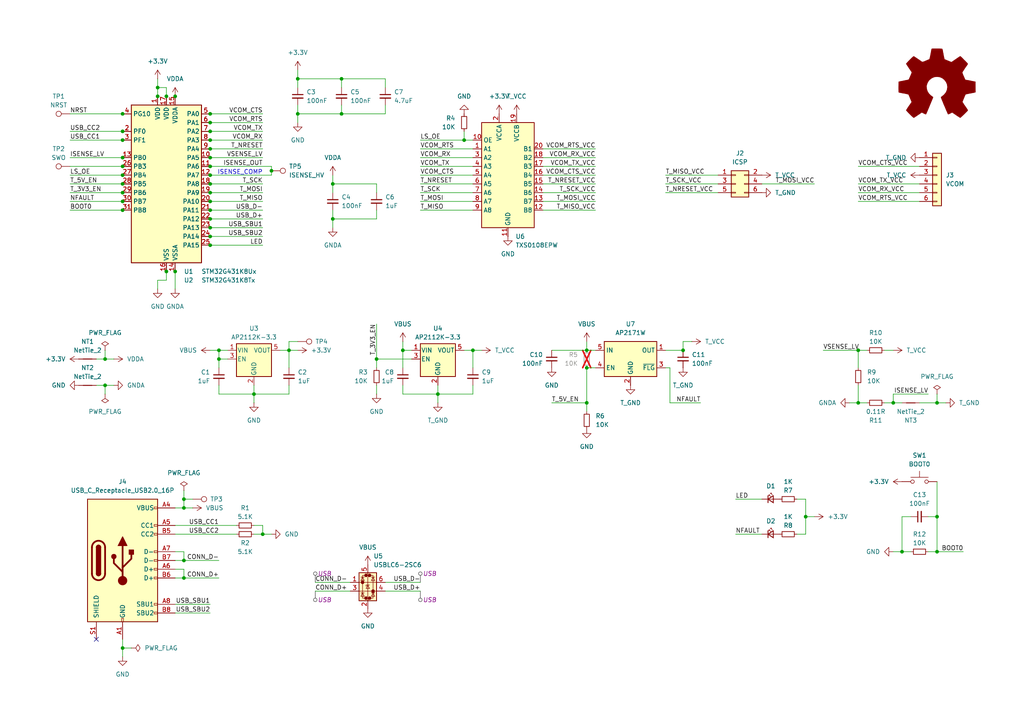
<source format=kicad_sch>
(kicad_sch (version 20231120) (generator "eeschema") (generator_version "8.0")
  (paper "A4")
  (title_block (title "AVRinator") (date "2024-04-30") (rev "1.0"))
  (junction (at 60.96 55.88))
  (junction (at 86.36 22.86))
  (junction (at 60.96 38.1))
  (junction (at 60.96 50.8))
  (junction (at 53.34 144.78))
  (junction (at 60.96 43.18))
  (junction (at 99.06 33.02))
  (junction (at 60.96 60.96))
  (junction (at 63.5 101.6))
  (junction (at 73.66 114.3))
  (junction (at 35.56 40.64))
  (junction (at 60.96 40.64))
  (junction (at 35.56 53.34))
  (junction (at 170.18 116.84))
  (junction (at 248.92 101.6))
  (junction (at 198.12 101.6))
  (junction (at 35.56 33.02))
  (junction (at 233.68 149.86))
  (junction (at 109.22 104.14))
  (junction (at 30.48 111.76))
  (junction (at 30.48 104.14))
  (junction (at 60.96 33.02))
  (junction (at 127 114.3))
  (junction (at 60.96 48.26))
  (junction (at 35.56 58.42))
  (junction (at 53.34 167.64))
  (junction (at 60.96 68.58))
  (junction (at 50.8 27.94))
  (junction (at 261.62 160.02))
  (junction (at 271.78 149.86))
  (junction (at 83.82 101.6))
  (junction (at 86.36 33.02))
  (junction (at 271.78 160.02))
  (junction (at 248.92 116.84))
  (junction (at 60.96 35.56))
  (junction (at 53.34 162.56))
  (junction (at 45.72 25.4))
  (junction (at 60.96 71.12))
  (junction (at 99.06 22.86))
  (junction (at 96.52 63.5))
  (junction (at 137.16 101.6))
  (junction (at 35.56 187.96))
  (junction (at 53.34 147.32))
  (junction (at 45.72 27.94))
  (junction (at 35.56 50.8))
  (junction (at 50.8 78.74))
  (junction (at 76.2 154.94))
  (junction (at 78.74 49.53))
  (junction (at 35.56 60.96))
  (junction (at 96.52 53.34))
  (junction (at 116.84 101.6))
  (junction (at 48.26 27.94))
  (junction (at 35.56 48.26))
  (junction (at 35.56 38.1))
  (junction (at 60.96 45.72))
  (junction (at 134.62 40.64))
  (junction (at 271.78 116.84))
  (junction (at 170.18 106.68))
  (junction (at 60.96 66.04))
  (junction (at 60.96 58.42))
  (junction (at 35.56 55.88))
  (junction (at 63.5 104.14))
  (junction (at 60.96 53.34))
  (junction (at 48.26 78.74))
  (junction (at 170.18 101.6))
  (junction (at 35.56 45.72))
  (junction (at 60.96 63.5))
  (junction (at 259.08 116.84))
  (no_connect (at 27.94 185.42))
  (wire (pts (xy 86.36 33.02) (xy 99.06 33.02)))
  (wire (pts (xy 45.72 25.4) (xy 45.72 27.94)))
  (wire (pts (xy 73.66 154.94) (xy 76.2 154.94)))
  (wire (pts (xy 220.98 53.34) (xy 236.22 53.34)))
  (wire (pts (xy 53.34 167.64) (xy 53.34 165.1)))
  (wire (pts (xy 86.36 20.32) (xy 86.36 22.86)))
  (wire (pts (xy 246.38 116.84) (xy 248.92 116.84)))
  (wire (pts (xy 48.26 78.74) (xy 48.26 81.28)))
  (wire (pts (xy 35.56 58.42) (xy 20.32 58.42)))
  (wire (pts (xy 170.18 101.6) (xy 172.72 101.6)))
  (wire (pts (xy 60.96 43.18) (xy 76.2 43.18)))
  (wire (pts (xy 109.22 63.5) (xy 96.52 63.5)))
  (wire (pts (xy 60.96 35.56) (xy 76.2 35.56)))
  (wire (pts (xy 193.04 101.6) (xy 198.12 101.6)))
  (wire (pts (xy 259.08 114.3) (xy 259.08 116.84)))
  (wire (pts (xy 86.36 22.86) (xy 86.36 25.4)))
  (wire (pts (xy 76.2 154.94) (xy 78.74 154.94)))
  (wire (pts (xy 20.32 38.1) (xy 35.56 38.1)))
  (wire (pts (xy 127 114.3) (xy 137.16 114.3)))
  (wire (pts (xy 20.32 40.64) (xy 35.56 40.64)))
  (wire (pts (xy 109.22 60.96) (xy 109.22 63.5)))
  (wire (pts (xy 60.96 45.72) (xy 76.2 45.72)))
  (wire (pts (xy 35.56 187.96) (xy 38.1 187.96)))
  (wire (pts (xy 269.24 160.02) (xy 271.78 160.02)))
  (wire (pts (xy 248.92 116.84) (xy 251.46 116.84)))
  (wire (pts (xy 27.94 111.76) (xy 30.48 111.76)))
  (wire (pts (xy 63.5 114.3) (xy 73.66 114.3)))
  (wire (pts (xy 60.96 53.34) (xy 76.2 53.34)))
  (wire (pts (xy 53.34 162.56) (xy 63.5 162.56)))
  (wire (pts (xy 60.96 58.42) (xy 76.2 58.42)))
  (wire (pts (xy 20.32 48.26) (xy 35.56 48.26)))
  (wire (pts (xy 134.62 40.64) (xy 137.16 40.64)))
  (wire (pts (xy 27.94 104.14) (xy 30.48 104.14)))
  (wire (pts (xy 137.16 45.72) (xy 121.92 45.72)))
  (wire (pts (xy 109.22 111.76) (xy 109.22 114.3)))
  (wire (pts (xy 96.52 50.8) (xy 96.52 53.34)))
  (wire (pts (xy 157.48 55.88) (xy 172.72 55.88)))
  (wire (pts (xy 220.98 144.78) (xy 213.36 144.78)))
  (wire (pts (xy 271.78 114.3) (xy 271.78 116.84)))
  (wire (pts (xy 271.78 160.02) (xy 271.78 149.86)))
  (wire (pts (xy 160.02 101.6) (xy 170.18 101.6)))
  (wire (pts (xy 111.76 168.91) (xy 121.92 168.91)))
  (wire (pts (xy 66.04 104.14) (xy 63.5 104.14)))
  (wire (pts (xy 53.34 144.78) (xy 55.88 144.78)))
  (wire (pts (xy 157.48 60.96) (xy 172.72 60.96)))
  (wire (pts (xy 60.96 48.26) (xy 78.74 48.26)))
  (wire (pts (xy 111.76 22.86) (xy 99.06 22.86)))
  (wire (pts (xy 121.92 40.64) (xy 134.62 40.64)))
  (wire (pts (xy 86.36 30.48) (xy 86.36 33.02)))
  (wire (pts (xy 20.32 53.34) (xy 35.56 53.34)))
  (wire (pts (xy 63.5 104.14) (xy 63.5 101.6)))
  (wire (pts (xy 73.66 114.3) (xy 83.82 114.3)))
  (wire (pts (xy 137.16 50.8) (xy 121.92 50.8)))
  (wire (pts (xy 116.84 114.3) (xy 127 114.3)))
  (wire (pts (xy 50.8 167.64) (xy 53.34 167.64)))
  (wire (pts (xy 86.36 22.86) (xy 99.06 22.86)))
  (wire (pts (xy 269.24 149.86) (xy 271.78 149.86)))
  (wire (pts (xy 60.96 33.02) (xy 76.2 33.02)))
  (wire (pts (xy 76.2 152.4) (xy 73.66 152.4)))
  (wire (pts (xy 20.32 33.02) (xy 35.56 33.02)))
  (wire (pts (xy 35.56 55.88) (xy 20.32 55.88)))
  (wire (pts (xy 134.62 38.1) (xy 134.62 40.64)))
  (wire (pts (xy 96.52 60.96) (xy 96.52 63.5)))
  (wire (pts (xy 50.8 152.4) (xy 68.58 152.4)))
  (wire (pts (xy 81.28 101.6) (xy 83.82 101.6)))
  (wire (pts (xy 45.72 22.86) (xy 45.72 25.4)))
  (wire (pts (xy 157.48 43.18) (xy 172.72 43.18)))
  (wire (pts (xy 53.34 162.56) (xy 53.34 160.02)))
  (wire (pts (xy 50.8 78.74) (xy 50.8 83.82)))
  (wire (pts (xy 60.96 63.5) (xy 76.2 63.5)))
  (wire (pts (xy 208.28 50.8) (xy 193.04 50.8)))
  (wire (pts (xy 83.82 114.3) (xy 83.82 111.76)))
  (wire (pts (xy 194.31 116.84) (xy 194.31 106.68)))
  (wire (pts (xy 76.2 154.94) (xy 76.2 152.4)))
  (wire (pts (xy 271.78 116.84) (xy 274.32 116.84)))
  (wire (pts (xy 96.52 53.34) (xy 109.22 53.34)))
  (wire (pts (xy 45.72 25.4) (xy 48.26 25.4)))
  (wire (pts (xy 271.78 160.02) (xy 279.4 160.02)))
  (wire (pts (xy 137.16 114.3) (xy 137.16 111.76)))
  (wire (pts (xy 137.16 101.6) (xy 137.16 106.68)))
  (wire (pts (xy 157.48 53.34) (xy 172.72 53.34)))
  (wire (pts (xy 78.74 50.8) (xy 78.74 49.53)))
  (wire (pts (xy 53.34 144.78) (xy 53.34 147.32)))
  (wire (pts (xy 20.32 45.72) (xy 35.56 45.72)))
  (wire (pts (xy 60.96 55.88) (xy 76.2 55.88)))
  (wire (pts (xy 259.08 116.84) (xy 261.62 116.84)))
  (wire (pts (xy 50.8 160.02) (xy 53.34 160.02)))
  (wire (pts (xy 198.12 99.06) (xy 200.66 99.06)))
  (wire (pts (xy 137.16 60.96) (xy 121.92 60.96)))
  (wire (pts (xy 50.8 175.26) (xy 60.96 175.26)))
  (wire (pts (xy 53.34 142.24) (xy 53.34 144.78)))
  (wire (pts (xy 157.48 48.26) (xy 172.72 48.26)))
  (wire (pts (xy 116.84 99.06) (xy 116.84 101.6)))
  (wire (pts (xy 170.18 106.68) (xy 170.18 116.84)))
  (wire (pts (xy 60.96 101.6) (xy 63.5 101.6)))
  (wire (pts (xy 248.92 101.6) (xy 238.76 101.6)))
  (wire (pts (xy 109.22 93.98) (xy 109.22 104.14)))
  (wire (pts (xy 157.48 50.8) (xy 172.72 50.8)))
  (wire (pts (xy 248.92 58.42) (xy 266.7 58.42)))
  (wire (pts (xy 50.8 177.8) (xy 60.96 177.8)))
  (wire (pts (xy 48.26 81.28) (xy 45.72 81.28)))
  (wire (pts (xy 86.36 99.06) (xy 83.82 99.06)))
  (wire (pts (xy 264.16 160.02) (xy 261.62 160.02)))
  (wire (pts (xy 86.36 33.02) (xy 86.36 35.56)))
  (wire (pts (xy 53.34 167.64) (xy 63.5 167.64)))
  (wire (pts (xy 259.08 114.3) (xy 269.24 114.3)))
  (wire (pts (xy 208.28 55.88) (xy 193.04 55.88)))
  (wire (pts (xy 170.18 99.06) (xy 170.18 101.6)))
  (wire (pts (xy 109.22 53.34) (xy 109.22 55.88)))
  (wire (pts (xy 233.68 149.86) (xy 233.68 144.78)))
  (wire (pts (xy 63.5 111.76) (xy 63.5 114.3)))
  (wire (pts (xy 248.92 111.76) (xy 248.92 116.84)))
  (wire (pts (xy 63.5 104.14) (xy 63.5 106.68)))
  (wire (pts (xy 35.56 50.8) (xy 20.32 50.8)))
  (wire (pts (xy 160.02 116.84) (xy 170.18 116.84)))
  (wire (pts (xy 213.36 154.94) (xy 220.98 154.94)))
  (wire (pts (xy 248.92 101.6) (xy 251.46 101.6)))
  (wire (pts (xy 60.96 66.04) (xy 76.2 66.04)))
  (wire (pts (xy 248.92 48.26) (xy 266.7 48.26)))
  (wire (pts (xy 116.84 101.6) (xy 116.84 106.68)))
  (wire (pts (xy 259.08 160.02) (xy 261.62 160.02)))
  (wire (pts (xy 109.22 104.14) (xy 119.38 104.14)))
  (wire (pts (xy 248.92 55.88) (xy 266.7 55.88)))
  (wire (pts (xy 116.84 101.6) (xy 119.38 101.6)))
  (wire (pts (xy 261.62 149.86) (xy 264.16 149.86)))
  (wire (pts (xy 60.96 71.12) (xy 76.2 71.12)))
  (wire (pts (xy 63.5 101.6) (xy 66.04 101.6)))
  (wire (pts (xy 170.18 116.84) (xy 170.18 119.38)))
  (wire (pts (xy 53.34 147.32) (xy 55.88 147.32)))
  (wire (pts (xy 30.48 104.14) (xy 30.48 101.6)))
  (wire (pts (xy 233.68 149.86) (xy 233.68 154.94)))
  (wire (pts (xy 116.84 111.76) (xy 116.84 114.3)))
  (wire (pts (xy 231.14 144.78) (xy 233.68 144.78)))
  (wire (pts (xy 127 116.84) (xy 127 114.3)))
  (wire (pts (xy 101.6 171.45) (xy 91.44 171.45)))
  (wire (pts (xy 60.96 60.96) (xy 76.2 60.96)))
  (wire (pts (xy 198.12 101.6) (xy 198.12 99.06)))
  (wire (pts (xy 137.16 101.6) (xy 139.7 101.6)))
  (wire (pts (xy 194.31 106.68) (xy 193.04 106.68)))
  (wire (pts (xy 83.82 101.6) (xy 86.36 101.6)))
  (wire (pts (xy 271.78 139.7) (xy 271.78 149.86)))
  (wire (pts (xy 137.16 48.26) (xy 121.92 48.26)))
  (wire (pts (xy 261.62 160.02) (xy 261.62 149.86)))
  (wire (pts (xy 20.32 60.96) (xy 35.56 60.96)))
  (wire (pts (xy 48.26 25.4) (xy 48.26 27.94)))
  (wire (pts (xy 266.7 116.84) (xy 271.78 116.84)))
  (wire (pts (xy 73.66 111.76) (xy 73.66 114.3)))
  (wire (pts (xy 50.8 154.94) (xy 68.58 154.94)))
  (wire (pts (xy 233.68 154.94) (xy 231.14 154.94)))
  (wire (pts (xy 45.72 81.28) (xy 45.72 83.82)))
  (wire (pts (xy 60.96 38.1) (xy 76.2 38.1)))
  (wire (pts (xy 30.48 104.14) (xy 33.02 104.14)))
  (wire (pts (xy 35.56 190.5) (xy 35.56 187.96)))
  (wire (pts (xy 248.92 53.34) (xy 266.7 53.34)))
  (wire (pts (xy 157.48 58.42) (xy 172.72 58.42)))
  (wire (pts (xy 137.16 55.88) (xy 121.92 55.88)))
  (wire (pts (xy 256.54 116.84) (xy 259.08 116.84)))
  (wire (pts (xy 137.16 43.18) (xy 121.92 43.18)))
  (wire (pts (xy 60.96 50.8) (xy 78.74 50.8)))
  (wire (pts (xy 83.82 99.06) (xy 83.82 101.6)))
  (wire (pts (xy 134.62 101.6) (xy 137.16 101.6)))
  (wire (pts (xy 127 111.76) (xy 127 114.3)))
  (wire (pts (xy 157.48 45.72) (xy 172.72 45.72)))
  (wire (pts (xy 170.18 106.68) (xy 172.72 106.68)))
  (wire (pts (xy 50.8 165.1) (xy 53.34 165.1)))
  (wire (pts (xy 50.8 147.32) (xy 53.34 147.32)))
  (wire (pts (xy 203.2 116.84) (xy 194.31 116.84)))
  (wire (pts (xy 60.96 40.64) (xy 76.2 40.64)))
  (wire (pts (xy 101.6 168.91) (xy 91.44 168.91)))
  (wire (pts (xy 96.52 63.5) (xy 96.52 66.04)))
  (wire (pts (xy 137.16 53.34) (xy 121.92 53.34)))
  (wire (pts (xy 78.74 49.53) (xy 78.74 48.26)))
  (wire (pts (xy 111.76 33.02) (xy 111.76 30.48)))
  (wire (pts (xy 35.56 187.96) (xy 35.56 185.42)))
  (wire (pts (xy 30.48 111.76) (xy 33.02 111.76)))
  (wire (pts (xy 99.06 33.02) (xy 111.76 33.02)))
  (wire (pts (xy 248.92 101.6) (xy 248.92 106.68)))
  (wire (pts (xy 73.66 116.84) (xy 73.66 114.3)))
  (wire (pts (xy 99.06 22.86) (xy 99.06 25.4)))
  (wire (pts (xy 83.82 101.6) (xy 83.82 106.68)))
  (wire (pts (xy 96.52 53.34) (xy 96.52 55.88)))
  (wire (pts (xy 109.22 104.14) (xy 109.22 106.68)))
  (wire (pts (xy 256.54 101.6) (xy 259.08 101.6)))
  (wire (pts (xy 233.68 149.86) (xy 236.22 149.86)))
  (wire (pts (xy 137.16 58.42) (xy 121.92 58.42)))
  (wire (pts (xy 111.76 25.4) (xy 111.76 22.86)))
  (wire (pts (xy 111.76 171.45) (xy 121.92 171.45)))
  (wire (pts (xy 60.96 68.58) (xy 76.2 68.58)))
  (wire (pts (xy 208.28 53.34) (xy 193.04 53.34)))
  (wire (pts (xy 99.06 33.02) (xy 99.06 30.48)))
  (wire (pts (xy 50.8 162.56) (xy 53.34 162.56)))
  (wire (pts (xy 30.48 111.76) (xy 30.48 114.3)))
  (text "ISENSE_COMP" (at 76.2 50.8 0) (effects (font (size 1.27 1.27)) (justify right bottom)))
  (label "VCOM_TX_VCC" (at 248.92 53.34 0))
  (label "USB_D-" (at 76.2 60.96 180))
  (label "T_NRESET" (at 76.2 43.18 180))
  (label "USB_SBU1" (at 60.96 175.26 180))
  (label "T_3V3_EN" (at 20.32 55.88 0))
  (label "VCOM_RX" (at 121.92 45.72 0))
  (label "LED" (at 213.36 144.78 0))
  (label "T_SCK" (at 121.92 55.88 0))
  (label "VCOM_TX" (at 121.92 48.26 0))
  (label "T_MOSI_VCC" (at 172.72 58.42 180))
  (label "VCOM_RX_VCC" (at 248.92 55.88 0))
  (label "CONN_D-" (at 91.44 168.91 0))
  (label "T_NRESET" (at 121.92 53.34 0))
  (label "VCOM_CTS_VCC" (at 248.92 48.26 0))
  (label "LED" (at 76.2 71.12 180))
  (label "USB_D-" (at 121.92 168.91 180))
  (label "T_5V_EN" (at 20.32 53.34 0))
  (label "USB_CC1" (at 20.32 40.64 0))
  (label "VCOM_RTS_VCC" (at 248.92 58.42 0))
  (label "ISENSE_LV" (at 20.32 45.72 0))
  (label "BOOT0" (at 20.32 60.96 0))
  (label "NFAULT" (at 20.32 58.42 0))
  (label "VCOM_RTS" (at 76.2 35.56 180))
  (label "T_MOSI" (at 76.2 55.88 180))
  (label "VCOM_TX" (at 76.2 38.1 180))
  (label "VCOM_TX_VCC" (at 172.72 48.26 180))
  (label "USB_D+" (at 121.92 171.45 180))
  (label "T_MISO" (at 121.92 60.96 0))
  (label "T_SCK" (at 76.2 53.34 180))
  (label "USB_SBU1" (at 76.2 66.04 180))
  (label "LS_OE" (at 20.32 50.8 0))
  (label "VCOM_RX" (at 76.2 40.64 180))
  (label "USB_CC2" (at 20.32 38.1 0))
  (label "VSENSE_LV" (at 76.2 45.72 180))
  (label "VCOM_RX_VCC" (at 172.72 45.72 180))
  (label "CONN_D+" (at 91.44 171.45 0))
  (label "T_MOSI_VCC" (at 236.22 53.34 180))
  (label "VSENSE_LV" (at 238.76 101.6 0))
  (label "USB_D+" (at 76.2 63.5 180))
  (label "ISENSE_OUT" (at 76.2 48.26 180))
  (label "T_MISO" (at 76.2 58.42 180))
  (label "USB_SBU2" (at 76.2 68.58 180))
  (label "USB_CC1" (at 63.5 152.4 180))
  (label "USB_CC2" (at 63.5 154.94 180))
  (label "USB_SBU2" (at 60.96 177.8 180))
  (label "T_NRESET_VCC" (at 193.04 55.88 0))
  (label "NRST" (at 20.32 33.02 0))
  (label "LS_OE" (at 121.92 40.64 0))
  (label "T_SCK_VCC" (at 193.04 53.34 0))
  (label "NFAULT" (at 203.2 116.84 180))
  (label "T_3V3_EN" (at 109.22 93.98 270))
  (label "T_MISO_VCC" (at 172.72 60.96 180))
  (label "T_MISO_VCC" (at 193.04 50.8 0))
  (label "VCOM_CTS" (at 76.2 33.02 180))
  (label "VCOM_CTS" (at 121.92 50.8 0))
  (label "T_MOSI" (at 121.92 58.42 0))
  (label "VCOM_RTS_VCC" (at 172.72 43.18 180))
  (label "NFAULT" (at 213.36 154.94 0))
  (label "ISENSE_LV" (at 269.24 114.3 180))
  (label "T_SCK_VCC" (at 172.72 55.88 180))
  (label "T_5V_EN" (at 160.02 116.84 0))
  (label "CONN_D+" (at 63.5 167.64 180))
  (label "CONN_D-" (at 63.5 162.56 180))
  (label "BOOT0" (at 279.4 160.02 180))
  (label "T_NRESET_VCC" (at 172.72 53.34 180))
  (label "VCOM_CTS_VCC" (at 172.72 50.8 180))
  (label "VCOM_RTS" (at 121.92 43.18 0))
  (netclass_flag "" (length 2.54) (shape round) (at 121.92 168.91 0) (property "Netclass" "USB" (at 122.6185 166.37 0) (effects (font (italic yes)) (justify left))))
  (netclass_flag "" (length 2.54) (shape round) (at 121.92 171.45 180) (property "Netclass" "USB" (at 122.6185 173.99 0) (effects (font (italic yes)) (justify left))))
  (netclass_flag "" (length 2.54) (shape round) (at 91.44 168.91 0) (property "Netclass" "USB" (at 92.1385 166.37 0) (effects (font (italic yes)) (justify left))))
  (netclass_flag "" (length 2.54) (shape round) (at 91.44 171.45 180) (property "Netclass" "USB" (at 92.1385 173.99 0) (effects (font (italic yes)) (justify left))))
  (symbol (lib_id "power:VBUS") (at 116.84 99.06 0) (unit 1)
    (property "Reference" "#PWR019" (effects (hide yes)))
    (property "Value" "VBUS" (at 116.84 93.98 0))
    (property "Description" "Power symbol creates a global label with name \"VBUS\"" (effects (hide yes)))
  )
  (symbol (lib_id "Device:C_Small") (at 63.5 109.22 0) (mirror y) (unit 1)
    (property "Reference" "C1" (at 60.96 107.9563 0) (effects (justify left)))
    (property "Value" "1uF" (at 60.96 110.4963 0) (effects (justify left)))
    (property "Footprint" "Capacitor_SMD:C_0805_2012Metric" (effects (hide yes)))
    (property "Description" "Unpolarized capacitor, small symbol" (effects (hide yes)))
  )
  (symbol (lib_id "Device:R_Small") (at 71.12 152.4 270) (unit 1)
    (property "Reference" "R1" (at 71.12 147.32 90))
    (property "Value" "5.1K" (at 71.12 149.86 90))
    (property "Footprint" "Resistor_SMD:R_0603_1608Metric" (effects (hide yes)))
    (property "Description" "Resistor, small symbol" (effects (hide yes)))
  )
  (symbol (lib_id "power:+3.3V") (at 86.36 101.6 270) (unit 1)
    (property "Reference" "#PWR018" (effects (hide yes)))
    (property "Value" "+3.3V" (at 90.17 101.6 90) (effects (justify left)))
    (property "Description" "Power symbol creates a global label with name \"+3.3V\"" (effects (hide yes)))
  )
  (symbol (lib_id "power:GNDA") (at 50.8 83.82 0) (unit 1)
    (property "Reference" "#PWR09" (effects (hide yes)))
    (property "Value" "GNDA" (at 50.8 88.9 0))
    (property "Description" "Power symbol creates a global label with name \"GNDA\" , analog ground" (effects (hide yes)))
  )
  (symbol (lib_id "Device:R_Small") (at 170.18 104.14 0) (mirror x) (unit 1) (dnp yes)
    (property "Reference" "R5" (at 167.64 102.87 0) (effects (justify right)))
    (property "Value" "10K" (at 167.64 105.41 0) (effects (justify right)))
    (property "Footprint" "Resistor_SMD:R_0603_1608Metric" (effects (hide yes)))
    (property "Description" "Resistor, small symbol" (effects (hide yes)))
  )
  (symbol (lib_id "power:GND") (at 78.74 154.94 90) (unit 1)
    (property "Reference" "#PWR013" (effects (hide yes)))
    (property "Value" "GND" (at 82.55 154.94 90) (effects (justify right)))
    (property "Description" "Power symbol creates a global label with name \"GND\" , ground" (effects (hide yes)))
  )
  (symbol (lib_id "Connector:TestPoint") (at 86.36 99.06 270) (unit 1)
    (property "Reference" "TP4" (at 91.44 99.0599 90) (effects (justify left)))
    (property "Value" "3V3" (effects (hide yes)))
    (property "Footprint" "TestPoint:TestPoint_Pad_D1.0mm" (effects (hide yes)))
    (property "Description" "test point" (effects (hide yes)))
  )
  (symbol (lib_id "power:GND") (at 220.98 55.88 90) (unit 1)
    (property "Reference" "#PWR033" (effects (hide yes)))
    (property "Value" "T_GND" (at 224.79 55.8799 90) (effects (justify right)))
    (property "Description" "Power symbol creates a global label with name \"GND\" , ground" (effects (hide yes)))
  )
  (symbol (lib_id "power:GND") (at 274.32 116.84 90) (unit 1)
    (property "Reference" "#PWR037" (effects (hide yes)))
    (property "Value" "T_GND" (at 278.13 116.8399 90) (effects (justify right)))
    (property "Description" "Power symbol creates a global label with name \"GND\" , ground" (effects (hide yes)))
  )
  (symbol (lib_id "Device:C_Small") (at 96.52 58.42 0) (unit 1)
    (property "Reference" "C4" (at 99.06 57.1563 0) (effects (justify left)))
    (property "Value" "100nF" (at 99.06 59.6963 0) (effects (justify left)))
    (property "Footprint" "Capacitor_SMD:C_0603_1608Metric" (effects (hide yes)))
    (property "Description" "Unpolarized capacitor, small symbol" (effects (hide yes)))
  )
  (symbol (lib_id "power:GND") (at 106.68 176.53 0) (unit 1)
    (property "Reference" "#PWR022" (effects (hide yes)))
    (property "Value" "GND" (at 106.68 181.61 0))
    (property "Description" "Power symbol creates a global label with name \"GND\" , ground" (effects (hide yes)))
  )
  (symbol (lib_id "power:VCC") (at 259.08 101.6 270) (unit 1)
    (property "Reference" "#PWR040" (effects (hide yes)))
    (property "Value" "T_VCC" (at 262.89 101.6 90) (effects (justify left)))
    (property "Description" "Power symbol creates a global label with name \"VCC\"" (effects (hide yes)))
  )
  (symbol (lib_id "power:GND") (at 198.12 106.68 0) (unit 1)
    (property "Reference" "#PWR032" (effects (hide yes)))
    (property "Value" "T_GND" (at 198.12 111.76 0))
    (property "Description" "Power symbol creates a global label with name \"GND\" , ground" (effects (hide yes)))
  )
  (symbol (lib_id "Power_Protection:USBLC6-2SC6") (at 106.68 168.91 0) (unit 1)
    (property "Reference" "U5" (at 108.3311 161.29 0) (effects (justify left)))
    (property "Value" "USBLC6-2SC6" (at 108.3311 163.83 0) (effects (justify left)))
    (property "Footprint" "Package_TO_SOT_SMD:SOT-23-6" (effects (hide yes)))
    (property "Datasheet" "https://www.st.com/resource/en/datasheet/usblc6-2.pdf" (effects (hide yes)))
    (property "Description" "Very low capacitance ESD protection diode, 2 data-line, SOT-23-6" (effects (hide yes)))
  )
  (symbol (lib_id "Device:R_Small") (at 266.7 160.02 270) (unit 1)
    (property "Reference" "R12" (at 266.7 154.94 90))
    (property "Value" "10K" (at 266.7 157.48 90))
    (property "Footprint" "Resistor_SMD:R_0603_1608Metric" (effects (hide yes)))
    (property "Description" "Resistor, small symbol" (effects (hide yes)))
  )
  (symbol (lib_id "Device:LED_Small") (at 223.52 154.94 0) (unit 1)
    (property "Reference" "D2" (at 223.5835 151.13 0))
    (property "Footprint" "LED_SMD:LED_1206_3216Metric" (effects (hide yes)))
    (property "Description" "Light emitting diode, small symbol" (effects (hide yes)))
  )
  (symbol (lib_id "power:GND") (at 45.72 83.82 0) (unit 1)
    (property "Reference" "#PWR07" (effects (hide yes)))
    (property "Value" "GND" (at 45.72 88.9 0))
    (property "Description" "Power symbol creates a global label with name \"GND\" , ground" (effects (hide yes)))
  )
  (symbol (lib_id "power:VCC") (at 149.86 33.02 0) (unit 1)
    (property "Reference" "#PWR027" (effects (hide yes)))
    (property "Value" "T_VCC" (at 149.86 27.94 0))
    (property "Description" "Power symbol creates a global label with name \"VCC\"" (effects (hide yes)))
  )
  (symbol (lib_id "power:GND") (at 134.62 33.02 180) (unit 1)
    (property "Reference" "#PWR023" (effects (hide yes)))
    (property "Value" "GND" (at 134.62 27.94 0))
    (property "Description" "Power symbol creates a global label with name \"GND\" , ground" (effects (hide yes)))
  )
  (symbol (lib_id "power:GND") (at 22.86 111.76 270) (unit 1)
    (property "Reference" "#PWR02" (effects (hide yes)))
    (property "Value" "GND" (at 19.05 111.76 90) (effects (justify right)))
    (property "Description" "Power symbol creates a global label with name \"GND\" , ground" (effects (hide yes)))
  )
  (symbol (lib_id "power:VBUS") (at 60.96 101.6 90) (unit 1)
    (property "Reference" "#PWR011" (effects (hide yes)))
    (property "Value" "VBUS" (at 57.15 101.6 90) (effects (justify left)))
    (property "Description" "Power symbol creates a global label with name \"VBUS\"" (effects (hide yes)))
  )
  (symbol (lib_id "Switch:SW_Push") (at 266.7 139.7 0) (unit 1)
    (property "Reference" "SW1" (at 266.7 132.08 0))
    (property "Value" "BOOT0" (at 266.7 134.62 0))
    (property "Footprint" "Button_Switch_SMD:SW_Tactile_SPST_NO_Straight_CK_PTS636Sx25SMTRLFS" (effects (hide yes)))
    (property "Description" "Push button switch, generic, two pins" (effects (hide yes)))
  )
  (symbol (lib_id "Device:C_Small") (at 83.82 109.22 0) (unit 1)
    (property "Reference" "C2" (at 86.36 107.9563 0) (effects (justify left)))
    (property "Value" "1uF" (at 86.36 110.4963 0) (effects (justify left)))
    (property "Footprint" "Capacitor_SMD:C_0805_2012Metric" (effects (hide yes)))
    (property "Description" "Unpolarized capacitor, small symbol" (effects (hide yes)))
  )
  (symbol (lib_id "power:VBUS") (at 55.88 147.32 270) (unit 1)
    (property "Reference" "#PWR010" (effects (hide yes)))
    (property "Value" "VBUS" (at 59.69 147.32 90) (effects (justify left)))
    (property "Description" "Power symbol creates a global label with name \"VBUS\"" (effects (hide yes)))
  )
  (symbol (lib_id "power:GNDA") (at 33.02 111.76 90) (unit 1)
    (property "Reference" "#PWR04" (effects (hide yes)))
    (property "Value" "GNDA" (at 36.83 111.76 90) (effects (justify right)))
    (property "Description" "Power symbol creates a global label with name \"GNDA\" , analog ground" (effects (hide yes)))
  )
  (symbol (lib_id "power:GNDA") (at 246.38 116.84 270) (unit 1)
    (property "Reference" "#PWR039" (effects (hide yes)))
    (property "Value" "GNDA" (at 242.57 116.84 90) (effects (justify right)))
    (property "Description" "Power symbol creates a global label with name \"GNDA\" , analog ground" (effects (hide yes)))
  )
  (symbol (lib_id "Connector:TestPoint") (at 20.32 33.02 90) (unit 1)
    (property "Reference" "TP1" (at 17.018 27.94 90))
    (property "Value" "NRST" (at 17.018 30.48 90))
    (property "Footprint" "TestPoint:TestPoint_Pad_D1.0mm" (effects (hide yes)))
    (property "Description" "test point" (effects (hide yes)))
  )
  (symbol (lib_id "power:GND") (at 127 116.84 0) (unit 1)
    (property "Reference" "#PWR020" (effects (hide yes)))
    (property "Value" "T_GND" (at 127 121.92 0))
    (property "Description" "Power symbol creates a global label with name \"GND\" , ground" (effects (hide yes)))
  )
  (symbol (lib_id "Device:R_Small") (at 71.12 154.94 270) (unit 1)
    (property "Reference" "R2" (at 71.12 157.48 90))
    (property "Value" "5.1K" (at 71.12 160.02 90))
    (property "Footprint" "Resistor_SMD:R_0603_1608Metric" (effects (hide yes)))
    (property "Description" "Resistor, small symbol" (effects (hide yes)))
  )
  (symbol (lib_id "Connector:TestPoint") (at 78.74 49.53 270) (unit 1)
    (property "Reference" "TP5" (at 83.82 48.2599 90) (effects (justify left)))
    (property "Value" "ISENSE_HV" (at 83.82 50.7999 90) (effects (justify left)))
    (property "Footprint" "TestPoint:TestPoint_Pad_D1.0mm" (effects (hide yes)))
    (property "Description" "test point" (effects (hide yes)))
  )
  (symbol (lib_id "Connector_Generic:Conn_01x06") (at 271.78 50.8 0) (unit 1)
    (property "Reference" "J3" (at 274.32 50.8 0) (effects (justify left)))
    (property "Value" "VCOM" (at 274.32 53.34 0) (effects (justify left)))
    (property "Footprint" "Connector_PinSocket_2.54mm:PinSocket_1x06_P2.54mm_Horizontal" (effects (hide yes)))
    (property "Description" "Generic connector, single row, 01x06, script generated (kicad-library-utils/schlib/autogen/connector/)" (effects (hide yes)))
  )
  (symbol (lib_id "Device:R_Small") (at 248.92 109.22 0) (unit 1)
    (property "Reference" "R9" (at 251.46 107.95 0) (effects (justify left)))
    (property "Value" "10K" (at 251.46 110.49 0) (effects (justify left)))
    (property "Footprint" "Resistor_SMD:R_0603_1608Metric" (effects (hide yes)))
    (property "Description" "Resistor, small symbol" (effects (hide yes)))
  )
  (symbol (lib_id "power:GND") (at 109.22 114.3 0) (unit 1)
    (property "Reference" "#PWR043" (effects (hide yes)))
    (property "Value" "GND" (at 109.22 119.38 0))
    (property "Description" "Power symbol creates a global label with name \"GND\" , ground" (effects (hide yes)))
  )
  (symbol (lib_id "Device:R_Small") (at 254 116.84 90) (mirror x) (unit 1)
    (property "Reference" "R11" (at 254 121.92 90))
    (property "Value" "0.11R" (at 254 119.38 90))
    (property "Footprint" "Resistor_SMD:R_0805_2012Metric" (effects (hide yes)))
    (property "Description" "Resistor, small symbol" (effects (hide yes)))
  )
  (symbol (lib_id "Device:R_Small") (at 170.18 121.92 0) (mirror y) (unit 1)
    (property "Reference" "R6" (at 172.72 120.6499 0) (effects (justify right)))
    (property "Value" "10K" (at 172.72 123.1899 0) (effects (justify right)))
    (property "Footprint" "Resistor_SMD:R_0603_1608Metric" (effects (hide yes)))
    (property "Description" "Resistor, small symbol" (effects (hide yes)))
  )
  (symbol (lib_id "power:GND") (at 147.32 68.58 0) (unit 1)
    (property "Reference" "#PWR026" (effects (hide yes)))
    (property "Value" "GND" (at 147.32 73.66 0))
    (property "Description" "Power symbol creates a global label with name \"GND\" , ground" (effects (hide yes)))
  )
  (symbol (lib_id "power:PWR_FLAG") (at 53.34 142.24 0) (unit 1)
    (property "Reference" "#FLG04" (effects (hide yes)))
    (property "Value" "PWR_FLAG" (at 53.34 137.16 0))
    (property "Description" "Special symbol for telling ERC where power comes from" (effects (hide yes)))
  )
  (symbol (lib_id "Device:C_Small") (at 160.02 104.14 0) (mirror y) (unit 1)
    (property "Reference" "C10" (at 157.48 102.8763 0) (effects (justify left)))
    (property "Value" "100nF" (at 157.48 105.4163 0) (effects (justify left)))
    (property "Footprint" "Capacitor_SMD:C_0603_1608Metric" (effects (hide yes)))
    (property "Description" "Unpolarized capacitor, small symbol" (effects (hide yes)))
  )
  (symbol (lib_id "Device:R_Small") (at 109.22 109.22 0) (unit 1)
    (property "Reference" "R3" (at 106.68 107.95 0) (effects (justify right)))
    (property "Value" "10K" (at 106.68 110.49 0) (effects (justify right)))
    (property "Footprint" "Resistor_SMD:R_0603_1608Metric" (effects (hide yes)))
    (property "Description" "Resistor, small symbol" (effects (hide yes)))
  )
  (symbol (lib_id "Device:C_Small") (at 99.06 27.94 0) (unit 1)
    (property "Reference" "C5" (at 101.6 26.6763 0) (effects (justify left)))
    (property "Value" "100nF" (at 101.6 29.2163 0) (effects (justify left)))
    (property "Footprint" "Capacitor_SMD:C_0603_1608Metric" (effects (hide yes)))
    (property "Description" "Unpolarized capacitor, small symbol" (effects (hide yes)))
  )
  (symbol (lib_id "power:GND") (at 160.02 106.68 0) (unit 1)
    (property "Reference" "#PWR028" (effects (hide yes)))
    (property "Value" "GND" (at 160.02 111.76 0))
    (property "Description" "Power symbol creates a global label with name \"GND\" , ground" (effects (hide yes)))
  )
  (symbol (lib_id "Graphic:Logo_Open_Hardware_Large") (at 271.78 25.4 0) (unit 1) (exclude_from_sim yes) (in_bom no)
    (property "Reference" "SYM1" (effects (hide yes)))
    (property "Value" "AMOGUS" (effects (hide yes)))
    (property "Footprint" "leptunKicadLib:AMOGUS_lil" (effects (hide yes)))
    (property "Description" "Open Hardware logo, large" (effects (hide yes)))
  )
  (symbol (lib_id "power:GND") (at 182.88 111.76 0) (unit 1)
    (property "Reference" "#PWR030" (effects (hide yes)))
    (property "Value" "T_GND" (at 182.88 116.84 0))
    (property "Description" "Power symbol creates a global label with name \"GND\" , ground" (effects (hide yes)))
  )
  (symbol (lib_id "power:+3.3V") (at 86.36 20.32 0) (unit 1)
    (property "Reference" "#PWR014" (effects (hide yes)))
    (property "Value" "+3.3V" (at 86.36 15.24 0))
    (property "Description" "Power symbol creates a global label with name \"+3.3V\"" (effects (hide yes)))
  )
  (symbol (lib_id "Device:C_Small") (at 116.84 109.22 0) (mirror y) (unit 1)
    (property "Reference" "C8" (at 114.3 107.9563 0) (effects (justify left)))
    (property "Value" "1uF" (at 114.3 110.4963 0) (effects (justify left)))
    (property "Footprint" "Capacitor_SMD:C_0805_2012Metric" (effects (hide yes)))
    (property "Description" "Unpolarized capacitor, small symbol" (effects (hide yes)))
  )
  (symbol (lib_id "Device:R_Small") (at 228.6 154.94 270) (mirror x) (unit 1)
    (property "Reference" "R8" (at 228.6 152.4 90))
    (property "Value" "1K" (at 228.6 149.86 90))
    (property "Footprint" "Resistor_SMD:R_0805_2012Metric" (effects (hide yes)))
    (property "Description" "Resistor, small symbol" (effects (hide yes)))
  )
  (symbol (lib_id "Connector:USB_C_Receptacle_USB2.0_16P") (at 35.56 162.56 0) (unit 1)
    (property "Reference" "J4" (at 35.56 139.7 0))
    (property "Value" "USB_C_Receptacle_USB2.0_16P" (at 35.56 142.24 0))
    (property "Footprint" "leptunKicadLib:USB4110-GF-A" (effects (hide yes)))
    (property "Datasheet" "https://www.usb.org/sites/default/files/documents/usb_type-c.zip" (effects (hide yes)))
    (property "Description" "USB 2.0-only 16P Type-C Receptacle connector" (effects (hide yes)))
  )
  (symbol (lib_id "Device:C_Small") (at 111.76 27.94 0) (unit 1)
    (property "Reference" "C7" (at 114.3 26.6763 0) (effects (justify left)))
    (property "Value" "4.7uF" (at 114.3 29.2163 0) (effects (justify left)))
    (property "Footprint" "Capacitor_SMD:C_1206_3216Metric" (effects (hide yes)))
    (property "Description" "Unpolarized capacitor, small symbol" (effects (hide yes)))
  )
  (symbol (lib_id "Connector:TestPoint") (at 55.88 144.78 270) (unit 1)
    (property "Reference" "TP3" (at 60.96 144.78 90) (effects (justify left)))
    (property "Value" "VBUS" (effects (hide yes)))
    (property "Footprint" "TestPoint:TestPoint_Pad_D1.0mm" (effects (hide yes)))
    (property "Description" "test point" (effects (hide yes)))
  )
  (symbol (lib_id "Device:C_Small") (at 198.12 104.14 0) (unit 1)
    (property "Reference" "C11" (at 200.66 102.8763 0) (effects (justify left)))
    (property "Value" "100nF" (at 200.66 105.4163 0) (effects (justify left)))
    (property "Footprint" "Capacitor_SMD:C_0603_1608Metric" (effects (hide yes)))
    (property "Description" "Unpolarized capacitor, small symbol" (effects (hide yes)))
  )
  (symbol (lib_id "power:+3.3V") (at 236.22 149.86 270) (unit 1)
    (property "Reference" "#PWR038" (effects (hide yes)))
    (property "Value" "+3.3V" (at 240.03 149.86 90) (effects (justify left)))
    (property "Description" "Power symbol creates a global label with name \"+3.3V\"" (effects (hide yes)))
  )
  (symbol (lib_id "power:VCC") (at 220.98 50.8 270) (unit 1)
    (property "Reference" "#PWR036" (effects (hide yes)))
    (property "Value" "T_VCC" (at 224.79 50.8 90) (effects (justify left)))
    (property "Description" "Power symbol creates a global label with name \"VCC\"" (effects (hide yes)))
  )
  (symbol (lib_id "power:VCC") (at 139.7 101.6 270) (unit 1)
    (property "Reference" "#PWR024" (effects (hide yes)))
    (property "Value" "T_VCC" (at 143.51 101.6 90) (effects (justify left)))
    (property "Description" "Power symbol creates a global label with name \"VCC\"" (effects (hide yes)))
  )
  (symbol (lib_id "Device:C_Small") (at 86.36 27.94 0) (unit 1)
    (property "Reference" "C3" (at 88.9 26.6763 0) (effects (justify left)))
    (property "Value" "100nF" (at 88.9 29.2163 0) (effects (justify left)))
    (property "Footprint" "Capacitor_SMD:C_0603_1608Metric" (effects (hide yes)))
    (property "Description" "Unpolarized capacitor, small symbol" (effects (hide yes)))
  )
  (symbol (lib_id "Connector:TestPoint") (at 20.32 48.26 90) (unit 1)
    (property "Reference" "TP2" (at 17.018 43.18 90))
    (property "Value" "SWO" (at 17.018 45.72 90))
    (property "Footprint" "TestPoint:TestPoint_Pad_D1.0mm" (effects (hide yes)))
    (property "Description" "test point" (effects (hide yes)))
  )
  (symbol (lib_id "Regulator_Linear:AP2112K-3.3") (at 127 104.14 0) (unit 1)
    (property "Reference" "U4" (at 127 95.25 0))
    (property "Value" "AP2112K-3.3" (at 127 97.79 0))
    (property "Footprint" "Package_TO_SOT_SMD:SOT-23-5" (effects (hide yes)))
    (property "Datasheet" "https://www.diodes.com/assets/Datasheets/AP2112.pdf" (effects (hide yes)))
    (property "Description" "600mA low dropout linear regulator, with enable pin, 3.8V-6V input voltage range, 3.3V fixed positive output, SOT-23-5" (effects (hide yes)))
  )
  (symbol (lib_id "MCU_ST_STM32G4:STM32G431K8Ux") (at 48.26 53.34 0) (unit 1)
    (property "Reference" "U1" (at 53.34 78.74 0) (effects (justify left)))
    (property "Value" "STM32G431K8Ux" (at 58.42 78.74 0) (effects (justify left)))
    (property "Footprint" "Package_DFN_QFN:QFN-32-1EP_5x5mm_P0.5mm_EP3.45x3.45mm" (effects (hide yes)))
    (property "Datasheet" "https://www.st.com/resource/en/datasheet/stm32g431k8.pdf" (effects (hide yes)))
    (property "Description" "STMicroelectronics Arm Cortex-M4 MCU, 64KB flash, 32KB RAM, 170 MHz, 1.71-3.6V, 26 GPIO, UFQFPN32" (effects (hide yes)))
  )
  (symbol (lib_id "power:PWR_FLAG") (at 30.48 101.6 0) (unit 1)
    (property "Reference" "#FLG01" (effects (hide yes)))
    (property "Value" "PWR_FLAG" (at 30.48 96.52 0))
    (property "Description" "Special symbol for telling ERC where power comes from" (effects (hide yes)))
  )
  (symbol (lib_id "Device:C_Small") (at 137.16 109.22 0) (unit 1)
    (property "Reference" "C9" (at 139.7 107.9563 0) (effects (justify left)))
    (property "Value" "1uF" (at 139.7 110.4963 0) (effects (justify left)))
    (property "Footprint" "Capacitor_SMD:C_0805_2012Metric" (effects (hide yes)))
    (property "Description" "Unpolarized capacitor, small symbol" (effects (hide yes)))
  )
  (symbol (lib_id "power:PWR_FLAG") (at 38.1 187.96 270) (unit 1)
    (property "Reference" "#FLG03" (effects (hide yes)))
    (property "Value" "PWR_FLAG" (at 41.91 187.96 90) (effects (justify left)))
    (property "Description" "Special symbol for telling ERC where power comes from" (effects (hide yes)))
  )
  (symbol (lib_id "power:VCC") (at 266.7 50.8 90) (unit 1)
    (property "Reference" "#PWR044" (effects (hide yes)))
    (property "Value" "T_VCC" (at 262.89 50.8 90) (effects (justify left)))
    (property "Description" "Power symbol creates a global label with name \"VCC\"" (effects (hide yes)))
  )
  (symbol (lib_id "power:GND") (at 73.66 116.84 0) (unit 1)
    (property "Reference" "#PWR012" (effects (hide yes)))
    (property "Value" "GND" (at 73.66 121.92 0))
    (property "Description" "Power symbol creates a global label with name \"GND\" , ground" (effects (hide yes)))
  )
  (symbol (lib_id "power:VDDA") (at 33.02 104.14 270) (unit 1)
    (property "Reference" "#PWR03" (effects (hide yes)))
    (property "Value" "VDDA" (at 36.83 104.14 90) (effects (justify left)))
    (property "Description" "Power symbol creates a global label with name \"VDDA\"" (effects (hide yes)))
  )
  (symbol (lib_id "power:+3.3V") (at 45.72 22.86 0) (unit 1)
    (property "Reference" "#PWR06" (effects (hide yes)))
    (property "Value" "+3.3V" (at 45.72 17.78 0))
    (property "Description" "Power symbol creates a global label with name \"+3.3V\"" (effects (hide yes)))
  )
  (symbol (lib_id "Device:R_Small") (at 254 101.6 90) (unit 1)
    (property "Reference" "R10" (at 254 96.52 90))
    (property "Value" "10K" (at 254 99.06 90))
    (property "Footprint" "Resistor_SMD:R_0603_1608Metric" (effects (hide yes)))
    (property "Description" "Resistor, small symbol" (effects (hide yes)))
  )
  (symbol (lib_id "power:PWR_FLAG") (at 30.48 114.3 180) (unit 1)
    (property "Reference" "#FLG02" (effects (hide yes)))
    (property "Value" "PWR_FLAG" (at 30.48 119.38 0))
    (property "Description" "Special symbol for telling ERC where power comes from" (effects (hide yes)))
  )
  (symbol (lib_id "power:GND") (at 266.7 45.72 270) (unit 1)
    (property "Reference" "#PWR034" (effects (hide yes)))
    (property "Value" "T_GND" (at 262.89 45.7199 90) (effects (justify right)))
    (property "Description" "Power symbol creates a global label with name \"GND\" , ground" (effects (hide yes)))
  )
  (symbol (lib_id "power:VBUS") (at 106.68 163.83 0) (unit 1)
    (property "Reference" "#PWR021" (effects (hide yes)))
    (property "Value" "VBUS" (at 106.68 158.75 0))
    (property "Description" "Power symbol creates a global label with name \"VBUS\"" (effects (hide yes)))
  )
  (symbol (lib_id "power:+3.3V") (at 22.86 104.14 90) (unit 1)
    (property "Reference" "#PWR01" (effects (hide yes)))
    (property "Value" "+3.3V" (at 19.05 104.14 90) (effects (justify left)))
    (property "Description" "Power symbol creates a global label with name \"+3.3V\"" (effects (hide yes)))
  )
  (symbol (lib_id "Power_Management:AP2171W") (at 182.88 104.14 0) (unit 1)
    (property "Reference" "U7" (at 182.88 93.98 0))
    (property "Value" "AP2171W" (at 182.88 96.52 0))
    (property "Footprint" "Package_TO_SOT_SMD:SOT-23-5" (effects (hide yes)))
    (property "Datasheet" "https://www.diodes.com/assets/Datasheets/AP2161.pdf" (effects (hide yes)))
    (property "Description" "Current limited power switch, single channel, SOT-23-5" (effects (hide yes)))
  )
  (symbol (lib_id "Regulator_Linear:AP2112K-3.3") (at 73.66 104.14 0) (unit 1)
    (property "Reference" "U3" (at 73.66 95.25 0))
    (property "Value" "AP2112K-3.3" (at 73.66 97.79 0))
    (property "Footprint" "Package_TO_SOT_SMD:SOT-23-5" (effects (hide yes)))
    (property "Datasheet" "https://www.diodes.com/assets/Datasheets/AP2112.pdf" (effects (hide yes)))
    (property "Description" "600mA low dropout linear regulator, with enable pin, 3.8V-6V input voltage range, 3.3V fixed positive output, SOT-23-5" (effects (hide yes)))
  )
  (symbol (lib_id "power:VBUS") (at 170.18 99.06 0) (unit 1)
    (property "Reference" "#PWR029" (effects (hide yes)))
    (property "Value" "VBUS" (at 170.18 93.98 0))
    (property "Description" "Power symbol creates a global label with name \"VBUS\"" (effects (hide yes)))
  )
  (symbol (lib_id "power:+3.3V") (at 261.62 139.7 90) (unit 1)
    (property "Reference" "#PWR042" (effects (hide yes)))
    (property "Value" "+3.3V" (at 257.81 139.7 90) (effects (justify left)))
    (property "Description" "Power symbol creates a global label with name \"+3.3V\"" (effects (hide yes)))
  )
  (symbol (lib_id "Device:NetTie_2") (at 25.4 111.76 0) (unit 1) (in_bom no)
    (property "Reference" "NT2" (at 25.4 106.68 0))
    (property "Value" "NetTie_2" (at 25.4 109.22 0))
    (property "Footprint" "NetTie:NetTie-2_SMD_Pad0.5mm" (effects (hide yes)))
    (property "Description" "Net tie, 2 pins" (effects (hide yes)))
  )
  (symbol (lib_id "power:VDDA") (at 96.52 50.8 0) (unit 1)
    (property "Reference" "#PWR016" (effects (hide yes)))
    (property "Value" "VDDA" (at 96.52 45.72 0))
    (property "Description" "Power symbol creates a global label with name \"VDDA\"" (effects (hide yes)))
  )
  (symbol (lib_id "Device:C_Small") (at 266.7 149.86 90) (unit 1)
    (property "Reference" "C13" (at 266.7063 143.51 90))
    (property "Value" "100nF" (at 266.7063 146.05 90))
    (property "Footprint" "Capacitor_SMD:C_0603_1608Metric" (effects (hide yes)))
    (property "Description" "Unpolarized capacitor, small symbol" (effects (hide yes)))
  )
  (symbol (lib_id "Device:NetTie_2") (at 25.4 104.14 0) (unit 1) (in_bom no)
    (property "Reference" "NT1" (at 25.4 99.06 0))
    (property "Value" "NetTie_2" (at 25.4 101.6 0))
    (property "Footprint" "NetTie:NetTie-2_SMD_Pad0.5mm" (effects (hide yes)))
    (property "Description" "Net tie, 2 pins" (effects (hide yes)))
  )
  (symbol (lib_id "power:GND") (at 86.36 35.56 0) (unit 1)
    (property "Reference" "#PWR015" (effects (hide yes)))
    (property "Value" "GND" (at 86.36 40.64 0))
    (property "Description" "Power symbol creates a global label with name \"GND\" , ground" (effects (hide yes)))
  )
  (symbol (lib_id "power:GNDA") (at 96.52 66.04 0) (unit 1)
    (property "Reference" "#PWR017" (effects (hide yes)))
    (property "Value" "GNDA" (at 96.52 71.12 0))
    (property "Description" "Power symbol creates a global label with name \"GNDA\" , analog ground" (effects (hide yes)))
  )
  (symbol (lib_id "Device:R_Small") (at 134.62 35.56 0) (unit 1)
    (property "Reference" "R4" (at 132.08 34.29 0) (effects (justify right)))
    (property "Value" "10K" (at 132.08 36.83 0) (effects (justify right)))
    (property "Footprint" "Resistor_SMD:R_0603_1608Metric" (effects (hide yes)))
    (property "Description" "Resistor, small symbol" (effects (hide yes)))
  )
  (symbol (lib_id "Device:LED_Small") (at 223.52 144.78 0) (unit 1)
    (property "Reference" "D1" (at 223.5835 140.97 0))
    (property "Footprint" "LED_SMD:LED_1206_3216Metric" (effects (hide yes)))
    (property "Description" "Light emitting diode, small symbol" (effects (hide yes)))
  )
  (symbol (lib_id "MCU_ST_STM32G4:STM32G431K8Tx") (at 48.26 53.34 0) (unit 1)
    (property "Reference" "U2" (at 53.34 81.28 0) (effects (justify left)))
    (property "Value" "STM32G431K8Tx" (at 58.42 81.28 0) (effects (justify left)))
    (property "Footprint" "Package_QFP:LQFP-32_7x7mm_P0.8mm" (effects (hide yes)))
    (property "Datasheet" "https://www.st.com/resource/en/datasheet/stm32g431k8.pdf" (effects (hide yes)))
    (property "Description" "STMicroelectronics Arm Cortex-M4 MCU, 64KB flash, 32KB RAM, 170 MHz, 1.71-3.6V, 26 GPIO, LQFP32" (effects (hide yes)))
  )
  (symbol (lib_id "Connector_Generic:Conn_02x03_Odd_Even") (at 213.36 53.34 0) (unit 1)
    (property "Reference" "J2" (at 214.63 44.45 0))
    (property "Value" "ICSP" (at 214.63 46.99 0))
    (property "Footprint" "leptunKicadLib:61200621621" (effects (hide yes)))
    (property "Description" "Generic connector, double row, 02x03, odd/even pin numbering scheme (row 1 odd numbers, row 2 even numbers), script generated (kicad-library-utils/schlib/autogen/connector/)" (effects (hide yes)))
  )
  (symbol (lib_id "power:+3.3V") (at 144.78 33.02 0) (unit 1)
    (property "Reference" "#PWR025" (effects (hide yes)))
    (property "Value" "+3.3V" (at 144.78 27.94 0))
    (property "Description" "Power symbol creates a global label with name \"+3.3V\"" (effects (hide yes)))
  )
  (symbol (lib_id "power:GND") (at 170.18 124.46 0) (unit 1)
    (property "Reference" "#PWR045" (effects (hide yes)))
    (property "Value" "GND" (at 170.18 129.54 0))
    (property "Description" "Power symbol creates a global label with name \"GND\" , ground" (effects (hide yes)))
  )
  (symbol (lib_id "power:VDDA") (at 50.8 27.94 0) (unit 1)
    (property "Reference" "#PWR08" (effects (hide yes)))
    (property "Value" "VDDA" (at 50.8 22.86 0))
    (property "Description" "Power symbol creates a global label with name \"VDDA\"" (effects (hide yes)))
  )
  (symbol (lib_id "power:GND") (at 35.56 190.5 0) (unit 1)
    (property "Reference" "#PWR05" (effects (hide yes)))
    (property "Value" "GND" (at 35.56 195.58 0))
    (property "Description" "Power symbol creates a global label with name \"GND\" , ground" (effects (hide yes)))
  )
  (symbol (lib_id "Device:R_Small") (at 228.6 144.78 270) (mirror x) (unit 1)
    (property "Reference" "R7" (at 228.6 142.24 90))
    (property "Value" "1K" (at 228.6 139.7 90))
    (property "Footprint" "Resistor_SMD:R_0805_2012Metric" (effects (hide yes)))
    (property "Description" "Resistor, small symbol" (effects (hide yes)))
  )
  (symbol (lib_id "Device:C_Small") (at 109.22 58.42 0) (unit 1)
    (property "Reference" "C6" (at 111.76 57.1563 0) (effects (justify left)))
    (property "Value" "1uF" (at 111.76 59.6963 0) (effects (justify left)))
    (property "Footprint" "Capacitor_SMD:C_0805_2012Metric" (effects (hide yes)))
    (property "Description" "Unpolarized capacitor, small symbol" (effects (hide yes)))
  )
  (symbol (lib_id "Device:NetTie_2") (at 264.16 116.84 0) (mirror x) (unit 1) (in_bom no)
    (property "Reference" "NT3" (at 264.16 121.92 0))
    (property "Value" "NetTie_2" (at 264.16 119.38 0))
    (property "Footprint" "NetTie:NetTie-2_SMD_Pad0.5mm" (effects (hide yes)))
    (property "Description" "Net tie, 2 pins" (effects (hide yes)))
  )
  (symbol (lib_id "power:PWR_FLAG") (at 271.78 114.3 0) (unit 1)
    (property "Reference" "#FLG05" (effects (hide yes)))
    (property "Value" "PWR_FLAG" (at 271.78 109.22 0))
    (property "Description" "Special symbol for telling ERC where power comes from" (effects (hide yes)))
  )
  (symbol (lib_id "power:GND") (at 259.08 160.02 270) (unit 1)
    (property "Reference" "#PWR041" (effects (hide yes)))
    (property "Value" "GND" (at 255.27 160.02 90) (effects (justify right)))
    (property "Description" "Power symbol creates a global label with name \"GND\" , ground" (effects (hide yes)))
  )
  (symbol (lib_id "power:VCC") (at 200.66 99.06 270) (unit 1)
    (property "Reference" "#PWR031" (effects (hide yes)))
    (property "Value" "T_VCC" (at 204.47 99.0599 90) (effects (justify left)))
    (property "Description" "Power symbol creates a global label with name \"VCC\"" (effects (hide yes)))
  )
  (symbol (lib_id "Logic_LevelTranslator:TXS0108EPW") (at 147.32 50.8 0) (unit 1)
    (property "Reference" "U6" (at 149.5141 68.58 0) (effects (justify left)))
    (property "Value" "TXS0108EPW" (at 149.5141 71.12 0) (effects (justify left)))
    (property "Footprint" "Package_SO:TSSOP-20_4.4x6.5mm_P0.65mm" (effects (hide yes)))
    (property "Datasheet" "www.ti.com/lit/ds/symlink/txs0108e.pdf" (effects (hide yes)))
    (property "Description" "Bidirectional  level-shifting voltage translator, TSSOP-20" (effects (hide yes)))
  )
)
</source>
